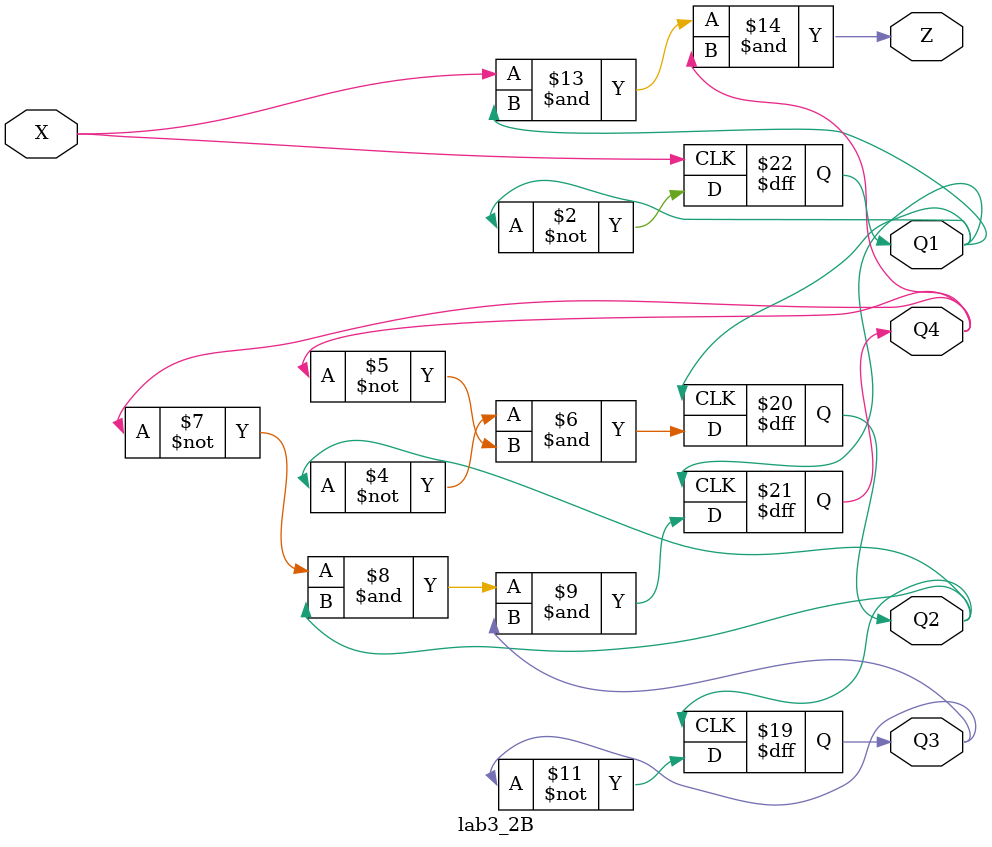
<source format=v>
`timescale 1ns / 1ps

module lab3_2B
(
input X,
output reg Q1,
output reg Q2,
output reg Q3,
output reg Q4,
output reg Z
);
reg Q1=1'b0;
reg Q2=1'b0;
reg Q3=1'b0;
reg Q4=1'b0;  

always @ (negedge X)
        begin
            Q1<= ~Q1;
        end    
always @ (negedge Q1)
         begin    
         Q2<=~Q2&(~Q4);
         Q4<=~Q4&Q2&Q3;  
         end 
always @ (negedge Q2)
         begin        
            Q3<=~Q3;  
         end   
always @ (*)
     begin 
        Z=X&Q1&Q4; 
     end     
endmodule



</source>
